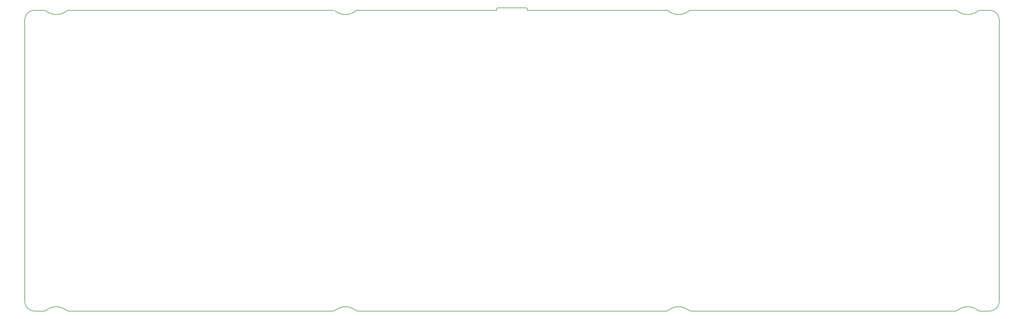
<source format=gtp>
G04*
G04 #@! TF.GenerationSoftware,Altium Limited,Altium Designer,20.2.6 (244)*
G04*
G04 Layer_Color=8421504*
%FSLAX43Y43*%
%MOMM*%
G71*
G04*
G04 #@! TF.SameCoordinates,294D72A7-43AD-4301-861A-B934F3A2DEB8*
G04*
G04*
G04 #@! TF.FilePolarity,Positive*
G04*
G01*
G75*
%ADD10C,0.200*%
%ADD11C,0.013*%
D10*
X151775Y5900D02*
G03*
X148775Y8900I-3000J0D01*
G01*
Y-85098D02*
G03*
X151775Y-82098I0J3000D01*
G01*
X145083Y-84870D02*
G03*
X145718Y-85098I636J772D01*
G01*
X145083Y-84870D02*
G03*
X138727Y-84870I-3178J-3860D01*
G01*
X138092Y-85098D02*
G03*
X138727Y-84870I0J1000D01*
G01*
X55083D02*
G03*
X55718Y-85098I636J772D01*
G01*
X55083Y-84870D02*
G03*
X48727Y-84870I-3178J-3860D01*
G01*
X48092Y-85098D02*
G03*
X48727Y-84870I0J1000D01*
G01*
X-48727D02*
G03*
X-48092Y-85098I636J772D01*
G01*
X-48727Y-84870D02*
G03*
X-55083Y-84870I-3178J-3860D01*
G01*
X-55718Y-85098D02*
G03*
X-55083Y-84870I0J1000D01*
G01*
X-138727D02*
G03*
X-138092Y-85098I636J772D01*
G01*
X-138727Y-84870D02*
G03*
X-145083Y-84870I-3178J-3860D01*
G01*
X-145718Y-85098D02*
G03*
X-145083Y-84870I0J1000D01*
G01*
X-151775Y-82098D02*
G03*
X-148775Y-85098I3000J0D01*
G01*
Y8900D02*
G03*
X-151775Y5900I0J-3000D01*
G01*
X-145085Y8672D02*
G03*
X-145721Y8900I-636J-772D01*
G01*
X-145085Y8672D02*
G03*
X-138725Y8672I3180J3858D01*
G01*
X-138089Y8900D02*
G03*
X-138725Y8672I0J-1000D01*
G01*
X-55085D02*
G03*
X-48725Y8672I3180J3858D01*
G01*
X-48089Y8900D02*
G03*
X-48725Y8672I0J-1000D01*
G01*
X48725D02*
G03*
X48089Y8900I-636J-772D01*
G01*
X48725Y8672D02*
G03*
X55085Y8672I3180J3858D01*
G01*
X55721Y8900D02*
G03*
X55085Y8672I0J-1000D01*
G01*
X138725D02*
G03*
X138089Y8900I-636J-772D01*
G01*
X138725Y8672D02*
G03*
X145085Y8672I3180J3858D01*
G01*
X145721Y8900D02*
G03*
X145085Y8672I0J-1000D01*
G01*
X-4325Y9620D02*
G03*
X-4825Y9120I0J-500D01*
G01*
X4825Y9120D02*
G03*
X4325Y9620I-500J0D01*
G01*
X4825Y8900D02*
Y9120D01*
X151775Y-82098D02*
Y5900D01*
X145718Y-85098D02*
X148775D01*
X-151775Y-82098D02*
Y5900D01*
X-148775Y8900D02*
X-145721D01*
X-4825D02*
Y9120D01*
X-4325Y9620D02*
X4325D01*
X4825Y8900D02*
X48089D01*
X-48092Y-85098D02*
X48092D01*
X-138092D02*
X-55718D01*
X-148775D02*
X-145718D01*
X55718D02*
X138092D01*
X-48089Y8900D02*
X-4825D01*
X-138089D02*
X-55721D01*
X145721D02*
X148775D01*
X55721D02*
X138089D01*
D11*
X-55085Y8672D02*
G03*
X-55721Y8900I-636J-772D01*
G01*
M02*

</source>
